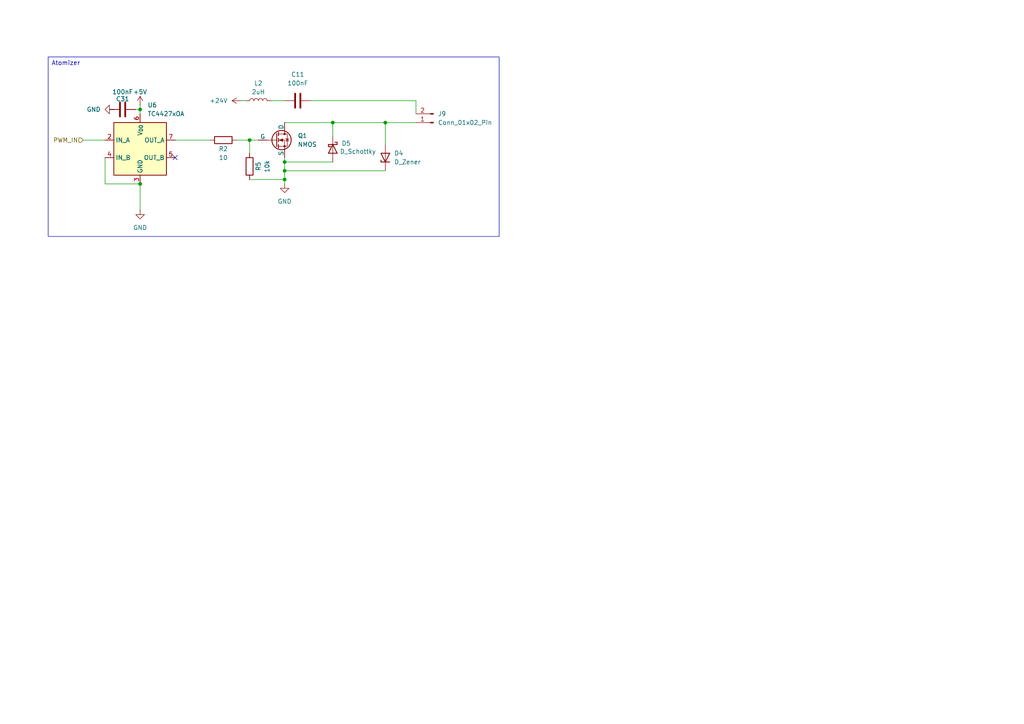
<source format=kicad_sch>
(kicad_sch (version 20250114) (generator "eeschema") (generator_version "9.0")
  (paper "A4")
  (lib_symbols
    (symbol "Connector:Conn_01x02_Pin" (pin_names (offset 1.016) (hide yes))
      (property "Reference" "J" (at 0 2.54 0))
      (property "Value" "Conn_01x02_Pin" (at 0 -5.08 0))
      (symbol "Conn_01x02_Pin_1_1"
        (rectangle (start 0.8636 0.127) (end 0 -0.127) (stroke (width 0.1524)) (fill (type outline)))
        (rectangle (start 0.8636 -2.413) (end 0 -2.667) (stroke (width 0.1524)) (fill (type outline)))
        (polyline (pts (xy 1.27 0) (xy 0.8636 0)) (stroke (width 0.1524)))
        (polyline (pts (xy 1.27 -2.54) (xy 0.8636 -2.54)) (stroke (width 0.1524)))
        (pin passive line (at 5.08 0 180) (length 3.81) (name "Pin_1") (number "1"))
        (pin passive line (at 5.08 -2.54 180) (length 3.81) (name "Pin_2") (number "2"))
      )
    )
    (symbol "Device:C" (pin_numbers (hide yes)) (pin_names (offset 0.254))
      (property "Reference" "C" (at 0.635 2.54 0))
      (property "Value" "C" (at 0.635 -2.54 0))
      (symbol "C_0_1"
        (polyline (pts (xy -2.032 0.762) (xy 2.032 0.762)) (stroke (width 0.508)))
        (polyline (pts (xy -2.032 -0.762) (xy 2.032 -0.762)) (stroke (width 0.508)))
      )
      (symbol "C_1_1"
        (pin passive line (at 0 3.81 270) (length 2.794) (name "~") (number "1"))
        (pin passive line (at 0 -3.81 90) (length 2.794) (name "~") (number "2"))
      )
    )
    (symbol "Device:D_Schottky" (pin_numbers (hide yes)) (pin_names (offset 1.016) (hide yes))
      (property "Reference" "D" (at 0 2.54 0))
      (property "Value" "D_Schottky" (at 0 -2.54 0))
      (symbol "D_Schottky_0_1"
        (polyline (pts (xy -1.905 0.635) (xy -1.905 1.27) (xy -1.27 1.27) (xy -1.27 -1.27) (xy -0.635 -1.27) (xy -0.635 -0.635)) (stroke (width 0.254)))
        (polyline (pts (xy 1.27 1.27) (xy 1.27 -1.27) (xy -1.27 0) (xy 1.27 1.27)) (stroke (width 0.254)))
        (polyline (pts (xy 1.27 0) (xy -1.27 0)))
      )
      (symbol "D_Schottky_1_1"
        (pin passive line (at -3.81 0 0) (length 2.54) (name "K") (number "1"))
        (pin passive line (at 3.81 0 180) (length 2.54) (name "A") (number "2"))
      )
    )
    (symbol "Device:D_Zener" (pin_numbers (hide yes)) (pin_names (offset 1.016) (hide yes))
      (property "Reference" "D" (at 0 2.54 0))
      (property "Value" "D_Zener" (at 0 -2.54 0))
      (symbol "D_Zener_0_1"
        (polyline (pts (xy -1.27 -1.27) (xy -1.27 1.27) (xy -0.762 1.27)) (stroke (width 0.254)))
        (polyline (pts (xy 1.27 0) (xy -1.27 0)))
        (polyline (pts (xy 1.27 -1.27) (xy 1.27 1.27) (xy -1.27 0) (xy 1.27 -1.27)) (stroke (width 0.254)))
      )
      (symbol "D_Zener_1_1"
        (pin passive line (at -3.81 0 0) (length 2.54) (name "K") (number "1"))
        (pin passive line (at 3.81 0 180) (length 2.54) (name "A") (number "2"))
      )
    )
    (symbol "Device:L" (pin_numbers (hide yes)) (pin_names (offset 1.016) (hide yes))
      (property "Reference" "L" (at -1.27 0 90))
      (property "Value" "L" (at 1.905 0 90))
      (symbol "L_0_1"
        (arc (start 0 2.54) (mid 0.6323 1.905) (end 0 1.27))
        (arc (start 0 1.27) (mid 0.6323 0.635) (end 0 0))
        (arc (start 0 0) (mid 0.6323 -0.635) (end 0 -1.27))
        (arc (start 0 -1.27) (mid 0.6323 -1.905) (end 0 -2.54))
      )
      (symbol "L_1_1"
        (pin passive line (at 0 3.81 270) (length 1.27) (name "1") (number "1"))
        (pin passive line (at 0 -3.81 90) (length 1.27) (name "2") (number "2"))
      )
    )
    (symbol "Device:R" (pin_numbers (hide yes)) (pin_names (offset 0))
      (property "Reference" "R" (at 2.032 0 90))
      (property "Value" "R" (at 0 0 90))
      (symbol "R_0_1"
        (rectangle (start -1.016 -2.54) (end 1.016 2.54) (stroke (width 0.254)))
      )
      (symbol "R_1_1"
        (pin passive line (at 0 3.81 270) (length 1.27) (name "~") (number "1"))
        (pin passive line (at 0 -3.81 90) (length 1.27) (name "~") (number "2"))
      )
    )
    (symbol "Driver_FET:TC4427xOA"
      (property "Reference" "U" (at -7.62 8.89 0))
      (property "Value" "TC4427xOA" (at 1.27 8.89 0))
      (symbol "TC4427xOA_0_1"
        (rectangle (start -7.62 -7.62) (end 7.62 7.62) (stroke (width 0.254)) (fill (type background)))
      )
      (symbol "TC4427xOA_1_1"
        (pin input line (at -10.16 2.54 0) (length 2.54) (name "IN_A") (number "2"))
        (pin input line (at -10.16 -2.54 0) (length 2.54) (name "IN_B") (number "4"))
        (pin no_connect line (at -7.62 0 0) (length 2.54) (hide yes) (name "NC") (number "1"))
        (pin power_in line (at 0 10.16 270) (length 2.54) (name "V_{DD}") (number "6"))
        (pin power_in line (at 0 -10.16 90) (length 2.54) (name "GND") (number "3"))
        (pin no_connect line (at 7.62 0 180) (length 2.54) (hide yes) (name "NC") (number "8"))
        (pin output line (at 10.16 2.54 180) (length 2.54) (name "OUT_A") (number "7"))
        (pin output line (at 10.16 -2.54 180) (length 2.54) (name "OUT_B") (number "5"))
      )
    )
    (symbol "Simulation_SPICE:NMOS" (pin_numbers (hide yes)) (pin_names (offset 0))
      (property "Reference" "Q" (at 5.08 1.27 0))
      (property "Value" "NMOS" (at 5.08 -1.27 0))
      (symbol "NMOS_0_1"
        (polyline (pts (xy 0.254 1.905) (xy 0.254 -1.905)) (stroke (width 0.254)))
        (polyline (pts (xy 0.254 0) (xy -2.54 0)))
        (polyline (pts (xy 0.762 2.286) (xy 0.762 1.27)) (stroke (width 0.254)))
        (polyline (pts (xy 0.762 0.508) (xy 0.762 -0.508)) (stroke (width 0.254)))
        (polyline (pts (xy 0.762 -1.27) (xy 0.762 -2.286)) (stroke (width 0.254)))
        (polyline (pts (xy 0.762 -1.778) (xy 3.302 -1.778) (xy 3.302 1.778) (xy 0.762 1.778)))
        (polyline (pts (xy 1.016 0) (xy 2.032 0.381) (xy 2.032 -0.381) (xy 1.016 0)) (fill (type outline)))
        (circle (center 1.651 0) (radius 2.794) (stroke (width 0.254)))
        (polyline (pts (xy 2.54 2.54) (xy 2.54 1.778)))
        (circle (center 2.54 1.778) (radius 0.254) (fill (type outline)))
        (circle (center 2.54 -1.778) (radius 0.254) (fill (type outline)))
        (polyline (pts (xy 2.54 -2.54) (xy 2.54 0) (xy 0.762 0)))
        (polyline (pts (xy 2.794 0.508) (xy 2.921 0.381) (xy 3.683 0.381) (xy 3.81 0.254)))
        (polyline (pts (xy 3.302 0.381) (xy 2.921 -0.254) (xy 3.683 -0.254) (xy 3.302 0.381)))
      )
      (symbol "NMOS_1_1"
        (pin input line (at -5.08 0 0) (length 2.54) (name "G") (number "2"))
        (pin passive line (at 2.54 5.08 270) (length 2.54) (name "D") (number "1"))
        (pin passive line (at 2.54 -5.08 90) (length 2.54) (name "S") (number "3"))
      )
    )
    (symbol "power:+24V" (power) (pin_numbers (hide yes)) (pin_names (offset 0) (hide yes))
      (property "Value" "+24V" (at 0 3.556 0))
      (symbol "+24V_0_1"
        (polyline (pts (xy -0.762 1.27) (xy 0 2.54)))
        (polyline (pts (xy 0 2.54) (xy 0.762 1.27)))
        (polyline (pts (xy 0 0) (xy 0 2.54)))
      )
      (symbol "+24V_1_1"
        (pin power_in line (at 0 0 90) (length 0) (name "~") (number "1"))
      )
    )
    (symbol "power:+5V" (power) (pin_numbers (hide yes)) (pin_names (offset 0) (hide yes))
      (property "Value" "+5V" (at 0 3.556 0))
      (symbol "+5V_0_1"
        (polyline (pts (xy -0.762 1.27) (xy 0 2.54)))
        (polyline (pts (xy 0 2.54) (xy 0.762 1.27)))
        (polyline (pts (xy 0 0) (xy 0 2.54)))
      )
      (symbol "+5V_1_1"
        (pin power_in line (at 0 0 90) (length 0) (name "~") (number "1"))
      )
    )
    (symbol "power:GND" (power) (pin_numbers (hide yes)) (pin_names (offset 0) (hide yes))
      (property "Value" "GND" (at 0 -3.81 0))
      (symbol "GND_0_1"
        (polyline (pts (xy 0 0) (xy 0 -1.27) (xy 1.27 -1.27) (xy 0 -2.54) (xy -1.27 -1.27) (xy 0 -1.27)))
      )
      (symbol "GND_1_1"
        (pin power_in line (at 0 0 270) (length 0) (name "~") (number "1"))
      )
    )
  )
  (text_box "Atomizer\n" (at 13.97 16.51 0) (size 130.81 52.07) (margins 0.9525 0.9525 0.9525 0.9525) (effects (font (size 1.27 1.27)) (justify left top)))
  (junction (at 82.55 52.07))
  (junction (at 82.55 49.53))
  (junction (at 111.76 35.56))
  (junction (at 72.39 40.64))
  (junction (at 96.52 35.56))
  (junction (at 82.55 46.99))
  (junction (at 40.64 31.75))
  (junction (at 40.64 53.34))
  (no_connect (at 50.8 45.72))
  (wire (pts (xy 120.65 29.21) (xy 120.65 33.02)))
  (wire (pts (xy 90.17 29.21) (xy 120.65 29.21)))
  (wire (pts (xy 82.55 52.07) (xy 82.55 53.34)))
  (wire (pts (xy 40.64 53.34) (xy 40.64 60.96)))
  (wire (pts (xy 40.64 30.48) (xy 40.64 31.75)))
  (wire (pts (xy 78.74 29.21) (xy 82.55 29.21)))
  (wire (pts (xy 111.76 35.56) (xy 120.65 35.56)))
  (wire (pts (xy 24.13 40.64) (xy 30.48 40.64)))
  (wire (pts (xy 82.55 49.53) (xy 82.55 52.07)))
  (wire (pts (xy 68.58 40.64) (xy 72.39 40.64)))
  (wire (pts (xy 40.64 31.75) (xy 40.64 33.02)))
  (wire (pts (xy 72.39 52.07) (xy 82.55 52.07)))
  (wire (pts (xy 82.55 45.72) (xy 82.55 46.99)))
  (wire (pts (xy 69.85 29.21) (xy 71.12 29.21)))
  (wire (pts (xy 30.48 45.72) (xy 30.48 53.34)))
  (wire (pts (xy 30.48 53.34) (xy 40.64 53.34)))
  (wire (pts (xy 82.55 49.53) (xy 111.76 49.53)))
  (wire (pts (xy 39.37 31.75) (xy 40.64 31.75)))
  (wire (pts (xy 82.55 46.99) (xy 96.52 46.99)))
  (wire (pts (xy 82.55 46.99) (xy 82.55 49.53)))
  (wire (pts (xy 72.39 40.64) (xy 72.39 44.45)))
  (wire (pts (xy 96.52 35.56) (xy 96.52 39.37)))
  (wire (pts (xy 111.76 35.56) (xy 111.76 41.91)))
  (wire (pts (xy 31.75 31.75) (xy 33.02 31.75)))
  (wire (pts (xy 72.39 40.64) (xy 74.93 40.64)))
  (wire (pts (xy 96.52 35.56) (xy 111.76 35.56)))
  (wire (pts (xy 50.8 40.64) (xy 60.96 40.64)))
  (wire (pts (xy 82.55 35.56) (xy 96.52 35.56)))
  (hierarchical_label "PWM_IN" (shape input) (at 24.13 40.64 180))
  (symbol (lib_id "Device:L") (at 74.93 29.21 90) (unit 1)
    (property "Reference" "L2" (at 74.93 24.13 90))
    (property "Value" "2uH" (at 74.93 26.67 90))
    (property "Footprint" "Inductor_SMD:L_1206_3216Metric_Pad1.22x1.90mm_HandSolder" (effects (hide yes)))
    (property "Description" "Inductor" (effects (hide yes)))
  )
  (symbol (lib_id "power:GND") (at 33.02 31.75 270) (unit 1)
    (property "Reference" "#PWR049" (effects (hide yes)))
    (property "Value" "GND" (at 29.21 31.7499 90) (effects (justify right)))
    (property "Description" "Power symbol creates a global label with name \"GND\" , ground" (effects (hide yes)))
  )
  (symbol (lib_id "Driver_FET:TC4427xOA") (at 40.64 43.18 0) (unit 1)
    (property "Reference" "U6" (at 42.7833 30.48 0) (effects (justify left)))
    (property "Value" "TC4427xOA" (at 42.7833 33.02 0) (effects (justify left)))
    (property "Footprint" "Package_SO:SOIC-8_3.9x4.9mm_P1.27mm" (effects (hide yes)))
    (property "Datasheet" "https://ww1.microchip.com/downloads/en/DeviceDoc/20001422G.pdf" (effects (hide yes)))
    (property "Description" "1.5A Dual High-Speed Power MOSFET Drivers, 4.5..18V supply, TTL/CMOS compatible inputs, non-inverting drivers, SOIC-8" (effects (hide yes)))
  )
  (symbol (lib_id "Connector:Conn_01x02_Pin") (at 125.73 35.56 180) (unit 1)
    (property "Reference" "J9" (at 127 33.0199 0) (effects (justify right)))
    (property "Value" "Conn_01x02_Pin" (at 127 35.5599 0) (effects (justify right)))
    (property "Footprint" "Connector_Wire:SolderWire-1.5sqmm_1x02_P7.8mm_D1.7mm_OD3.9mm" (effects (hide yes)))
    (property "Description" "Generic connector, single row, 01x02, script generated" (effects (hide yes)))
  )
  (symbol (lib_id "power:+5V") (at 40.64 30.48 0) (unit 1)
    (property "Reference" "#PWR017" (effects (hide yes)))
    (property "Value" "+5V" (at 40.64 26.67 0))
    (property "Description" "Power symbol creates a global label with name \"+5V\"" (effects (hide yes)))
  )
  (symbol (lib_id "Device:C") (at 86.36 29.21 90) (unit 1)
    (property "Reference" "C11" (at 86.36 21.59 90))
    (property "Value" "100nF" (at 86.36 24.13 90))
    (property "Footprint" "Capacitor_THT:C_Disc_D10.5mm_W5.0mm_P10.00mm" (effects (hide yes)))
    (property "Description" "Unpolarized capacitor" (effects (hide yes)))
  )
  (symbol (lib_id "Simulation_SPICE:NMOS") (at 80.01 40.64 0) (unit 1)
    (property "Reference" "Q1" (at 86.36 39.3699 0) (effects (justify left)))
    (property "Value" "NMOS" (at 86.36 41.9099 0) (effects (justify left)))
    (property "Footprint" "Package_TO_SOT_SMD:TO-252-2" (effects (hide yes)))
    (property "Datasheet" "https://ngspice.sourceforge.io/docs/ngspice-html-manual/manual.xhtml#cha_MOSFETs" (effects (hide yes)))
    (property "Description" "N-MOSFET transistor, drain/source/gate" (effects (hide yes)))
    (property "Sim.Device" "NMOS" (effects (hide yes)))
    (property "Sim.Type" "VDMOS" (effects (hide yes)))
    (property "Sim.Pins" "1=D 2=G 3=S" (effects (hide yes)))
  )
  (symbol (lib_id "Device:R") (at 64.77 40.64 90) (unit 1)
    (property "Reference" "R2" (at 64.77 43.18 90))
    (property "Value" "10" (at 64.77 45.72 90))
    (property "Footprint" "Resistor_SMD:R_0805_2012Metric_Pad1.20x1.40mm_HandSolder" (effects (hide yes)))
    (property "Description" "Resistor" (effects (hide yes)))
  )
  (symbol (lib_id "Device:D_Zener") (at 111.76 45.72 90) (unit 1)
    (property "Reference" "D4" (at 114.3 44.4499 90) (effects (justify right)))
    (property "Value" "D_Zener" (at 114.3 46.9899 90) (effects (justify right)))
    (property "Footprint" "Diode_SMD:D_SMA_Handsoldering" (effects (hide yes)))
    (property "Description" "Zener diode" (effects (hide yes)))
  )
  (symbol (lib_id "Device:C") (at 35.56 31.75 90) (unit 1)
    (property "Reference" "C31" (at 35.56 28.702 90))
    (property "Value" "100nF" (at 35.56 26.67 90))
    (property "Footprint" "Capacitor_SMD:C_0805_2012Metric_Pad1.18x1.45mm_HandSolder" (effects (hide yes)))
    (property "Description" "Unpolarized capacitor" (effects (hide yes)))
  )
  (symbol (lib_id "Device:D_Schottky") (at 96.52 43.18 270) (unit 1)
    (property "Reference" "D5" (at 99.06 41.5924 90) (effects (justify left)))
    (property "Value" "D_Schottky" (at 98.552 43.942 90) (effects (justify left)))
    (property "Footprint" "Diode_SMD:D_SMA_Handsoldering" (effects (hide yes)))
    (property "Description" "Schottky diode" (effects (hide yes)))
  )
  (symbol (lib_id "power:+24V") (at 69.85 29.21 90) (unit 1)
    (property "Reference" "#PWR09" (effects (hide yes)))
    (property "Value" "+24V" (at 66.04 29.2099 90) (effects (justify left)))
    (property "Description" "Power symbol creates a global label with name \"+24V\"" (effects (hide yes)))
  )
  (symbol (lib_id "power:GND") (at 82.55 53.34 0) (unit 1)
    (property "Reference" "#PWR010" (effects (hide yes)))
    (property "Value" "GND" (at 82.55 58.42 0))
    (property "Description" "Power symbol creates a global label with name \"GND\" , ground" (effects (hide yes)))
  )
  (symbol (lib_id "Device:R") (at 72.39 48.26 180) (unit 1)
    (property "Reference" "R5" (at 74.93 48.26 90))
    (property "Value" "10k" (at 77.47 48.26 90))
    (property "Footprint" "Resistor_SMD:R_0805_2012Metric_Pad1.20x1.40mm_HandSolder" (effects (hide yes)))
    (property "Description" "Resistor" (effects (hide yes)))
  )
  (symbol (lib_id "power:GND") (at 40.64 60.96 0) (unit 1)
    (property "Reference" "#PWR018" (effects (hide yes)))
    (property "Value" "GND" (at 40.64 66.04 0))
    (property "Description" "Power symbol creates a global label with name \"GND\" , ground" (effects (hide yes)))
  )
)
</source>
